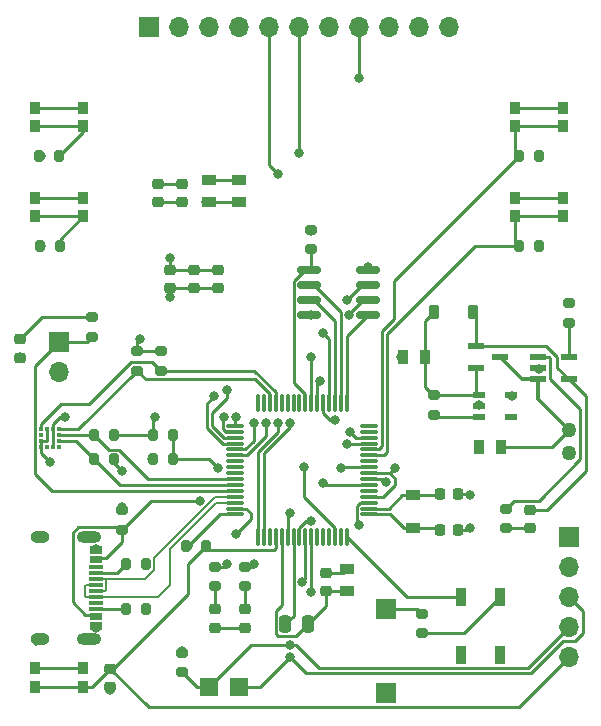
<source format=gbr>
%TF.GenerationSoftware,KiCad,Pcbnew,7.0.7*%
%TF.CreationDate,2023-12-26T11:08:44+08:00*%
%TF.ProjectId,Dice_Roller_SAMD,44696365-5f52-46f6-9c6c-65725f53414d,rev?*%
%TF.SameCoordinates,Original*%
%TF.FileFunction,Copper,L1,Top*%
%TF.FilePolarity,Positive*%
%FSLAX46Y46*%
G04 Gerber Fmt 4.6, Leading zero omitted, Abs format (unit mm)*
G04 Created by KiCad (PCBNEW 7.0.7) date 2023-12-26 11:08:44*
%MOMM*%
%LPD*%
G01*
G04 APERTURE LIST*
G04 Aperture macros list*
%AMRoundRect*
0 Rectangle with rounded corners*
0 $1 Rounding radius*
0 $2 $3 $4 $5 $6 $7 $8 $9 X,Y pos of 4 corners*
0 Add a 4 corners polygon primitive as box body*
4,1,4,$2,$3,$4,$5,$6,$7,$8,$9,$2,$3,0*
0 Add four circle primitives for the rounded corners*
1,1,$1+$1,$2,$3*
1,1,$1+$1,$4,$5*
1,1,$1+$1,$6,$7*
1,1,$1+$1,$8,$9*
0 Add four rect primitives between the rounded corners*
20,1,$1+$1,$2,$3,$4,$5,0*
20,1,$1+$1,$4,$5,$6,$7,0*
20,1,$1+$1,$6,$7,$8,$9,0*
20,1,$1+$1,$8,$9,$2,$3,0*%
G04 Aperture macros list end*
%TA.AperFunction,SMDPad,CuDef*%
%ADD10RoundRect,0.200000X0.275000X-0.200000X0.275000X0.200000X-0.275000X0.200000X-0.275000X-0.200000X0*%
%TD*%
%TA.AperFunction,SMDPad,CuDef*%
%ADD11R,1.320800X0.558800*%
%TD*%
%TA.AperFunction,SMDPad,CuDef*%
%ADD12RoundRect,0.250000X0.250000X0.475000X-0.250000X0.475000X-0.250000X-0.475000X0.250000X-0.475000X0*%
%TD*%
%TA.AperFunction,SMDPad,CuDef*%
%ADD13RoundRect,0.225000X0.250000X-0.225000X0.250000X0.225000X-0.250000X0.225000X-0.250000X-0.225000X0*%
%TD*%
%TA.AperFunction,SMDPad,CuDef*%
%ADD14R,0.304800X0.330200*%
%TD*%
%TA.AperFunction,SMDPad,CuDef*%
%ADD15R,0.330200X0.304800*%
%TD*%
%TA.AperFunction,SMDPad,CuDef*%
%ADD16R,0.863600X1.244600*%
%TD*%
%TA.AperFunction,SMDPad,CuDef*%
%ADD17RoundRect,0.218750X0.256250X-0.218750X0.256250X0.218750X-0.256250X0.218750X-0.256250X-0.218750X0*%
%TD*%
%TA.AperFunction,ComponentPad*%
%ADD18R,1.700000X1.700000*%
%TD*%
%TA.AperFunction,ComponentPad*%
%ADD19O,1.700000X1.700000*%
%TD*%
%TA.AperFunction,SMDPad,CuDef*%
%ADD20RoundRect,0.200000X0.200000X0.275000X-0.200000X0.275000X-0.200000X-0.275000X0.200000X-0.275000X0*%
%TD*%
%TA.AperFunction,SMDPad,CuDef*%
%ADD21RoundRect,0.150000X-0.825000X-0.150000X0.825000X-0.150000X0.825000X0.150000X-0.825000X0.150000X0*%
%TD*%
%TA.AperFunction,SMDPad,CuDef*%
%ADD22R,0.900000X1.000000*%
%TD*%
%TA.AperFunction,SMDPad,CuDef*%
%ADD23RoundRect,0.225000X0.225000X0.250000X-0.225000X0.250000X-0.225000X-0.250000X0.225000X-0.250000X0*%
%TD*%
%TA.AperFunction,SMDPad,CuDef*%
%ADD24R,1.244600X0.863600*%
%TD*%
%TA.AperFunction,SMDPad,CuDef*%
%ADD25RoundRect,0.200000X-0.200000X-0.275000X0.200000X-0.275000X0.200000X0.275000X-0.200000X0.275000X0*%
%TD*%
%TA.AperFunction,SMDPad,CuDef*%
%ADD26RoundRect,0.225000X-0.250000X0.225000X-0.250000X-0.225000X0.250000X-0.225000X0.250000X0.225000X0*%
%TD*%
%TA.AperFunction,SMDPad,CuDef*%
%ADD27R,1.320800X0.508000*%
%TD*%
%TA.AperFunction,SMDPad,CuDef*%
%ADD28R,1.295400X0.965200*%
%TD*%
%TA.AperFunction,SMDPad,CuDef*%
%ADD29RoundRect,0.200000X-0.275000X0.200000X-0.275000X-0.200000X0.275000X-0.200000X0.275000X0.200000X0*%
%TD*%
%TA.AperFunction,SMDPad,CuDef*%
%ADD30R,0.900000X1.500000*%
%TD*%
%TA.AperFunction,ComponentPad*%
%ADD31C,1.270000*%
%TD*%
%TA.AperFunction,SMDPad,CuDef*%
%ADD32R,1.500000X1.500000*%
%TD*%
%TA.AperFunction,SMDPad,CuDef*%
%ADD33R,1.003300X0.508000*%
%TD*%
%TA.AperFunction,SMDPad,CuDef*%
%ADD34RoundRect,0.075000X0.662500X0.075000X-0.662500X0.075000X-0.662500X-0.075000X0.662500X-0.075000X0*%
%TD*%
%TA.AperFunction,SMDPad,CuDef*%
%ADD35RoundRect,0.075000X0.075000X0.662500X-0.075000X0.662500X-0.075000X-0.662500X0.075000X-0.662500X0*%
%TD*%
%TA.AperFunction,SMDPad,CuDef*%
%ADD36RoundRect,0.225000X-0.225000X-0.375000X0.225000X-0.375000X0.225000X0.375000X-0.225000X0.375000X0*%
%TD*%
%TA.AperFunction,SMDPad,CuDef*%
%ADD37R,1.070000X0.300000*%
%TD*%
%TA.AperFunction,SMDPad,CuDef*%
%ADD38R,1.150000X0.300000*%
%TD*%
%TA.AperFunction,ComponentPad*%
%ADD39O,2.100000X1.000000*%
%TD*%
%TA.AperFunction,ComponentPad*%
%ADD40O,1.600000X1.000000*%
%TD*%
%TA.AperFunction,SMDPad,CuDef*%
%ADD41R,1.800000X1.750000*%
%TD*%
%TA.AperFunction,ViaPad*%
%ADD42C,0.800000*%
%TD*%
%TA.AperFunction,Conductor*%
%ADD43C,0.304800*%
%TD*%
%TA.AperFunction,Conductor*%
%ADD44C,0.254000*%
%TD*%
%TA.AperFunction,Conductor*%
%ADD45C,0.250000*%
%TD*%
%TA.AperFunction,Conductor*%
%ADD46C,0.200000*%
%TD*%
G04 APERTURE END LIST*
D10*
%TO.P,R23,1*%
%TO.N,Net-(CHG3-A)*%
X173228000Y-156578000D03*
%TO.P,R23,2*%
%TO.N,/Module/LED2*%
X173228000Y-154928000D03*
%TD*%
D11*
%TO.P,Q1,1,G*%
%TO.N,VBUS*%
X192786000Y-136194800D03*
%TO.P,Q1,2,S*%
%TO.N,Net-(D1-C)*%
X192786000Y-138125200D03*
%TO.P,Q1,3,D*%
%TO.N,VBAT*%
X194818000Y-137160000D03*
%TD*%
D12*
%TO.P,L1,1,1*%
%TO.N,Net-(U1-VDDCORE)*%
X178562000Y-159766000D03*
%TO.P,L1,2,2*%
%TO.N,Net-(U1-VSW)*%
X176662000Y-159766000D03*
%TD*%
D13*
%TO.P,C10,1,1*%
%TO.N,+3V3*%
X168910000Y-131318000D03*
%TO.P,C10,2,2*%
%TO.N,GND*%
X168910000Y-129768000D03*
%TD*%
D14*
%TO.P,U5,1,SCK_SCL*%
%TO.N,/Module/SCL*%
X157470102Y-143270100D03*
%TO.P,U5,2,CSN*%
%TO.N,+3V3*%
X156970101Y-143270100D03*
%TO.P,U5,3,DOUT_A6*%
%TO.N,GND*%
X156470101Y-143270100D03*
%TO.P,U5,4,DIN_SDA*%
%TO.N,/Module/SDA*%
X155970100Y-143270100D03*
D15*
%TO.P,U5,5,NC*%
%TO.N,unconnected-(U5-NC-Pad5)*%
X155960202Y-143779999D03*
%TO.P,U5,6,GND*%
%TO.N,GND*%
X155960202Y-144279999D03*
D14*
%TO.P,U5,7,VPP*%
X155970100Y-144789898D03*
%TO.P,U5,8,NC*%
%TO.N,unconnected-(U5-NC-Pad8)*%
X156470101Y-144789898D03*
%TO.P,U5,9,VDD*%
%TO.N,+3V3*%
X156970101Y-144789898D03*
%TO.P,U5,10,NC*%
%TO.N,unconnected-(U5-NC-Pad10)*%
X157470102Y-144789898D03*
D15*
%TO.P,U5,11,INTN_2*%
%TO.N,/Module/INTN2*%
X157480000Y-144279999D03*
%TO.P,U5,12,INTN_1*%
%TO.N,/Module/INTN1*%
X157480000Y-143779999D03*
%TD*%
D16*
%TO.P,C1,1,1*%
%TO.N,VBAT*%
X194894200Y-144780000D03*
%TO.P,C1,2,2*%
%TO.N,GND*%
X193040000Y-144780000D03*
%TD*%
D10*
%TO.P,R22,1*%
%TO.N,Net-(CHG2-A)*%
X170688000Y-156578000D03*
%TO.P,R22,2*%
%TO.N,/Module/LED1*%
X170688000Y-154928000D03*
%TD*%
D17*
%TO.P,CHG1,1,C*%
%TO.N,Net-(CHG1-C)*%
X197358000Y-151663500D03*
%TO.P,CHG1,2,A*%
%TO.N,VBUS*%
X197358000Y-150088500D03*
%TD*%
D10*
%TO.P,R19,1*%
%TO.N,/Module/Vib*%
X160274000Y-135445000D03*
%TO.P,R19,2*%
%TO.N,Net-(L2-A)*%
X160274000Y-133795000D03*
%TD*%
D18*
%TO.P,M1,1,+*%
%TO.N,/Module/Vib*%
X157480000Y-135885000D03*
D19*
%TO.P,M1,2,-*%
%TO.N,GND*%
X157480000Y-138425000D03*
%TD*%
D20*
%TO.P,R13,1*%
%TO.N,+3V3*%
X162115000Y-145796000D03*
%TO.P,R13,2*%
%TO.N,/Module/INTN2*%
X160465000Y-145796000D03*
%TD*%
D21*
%TO.P,U2,1,SSEL*%
%TO.N,/SAMD_51/FLASH_CS*%
X178692000Y-129794000D03*
%TO.P,U2,2,MISO*%
%TO.N,/SAMD_51/FLASH_D1*%
X178692000Y-131064000D03*
%TO.P,U2,3,WP#/IO2*%
%TO.N,/SAMD_51/FLASH_D2*%
X178692000Y-132334000D03*
%TO.P,U2,4,VSS*%
%TO.N,GND*%
X178692000Y-133604000D03*
%TO.P,U2,5,MOSI*%
%TO.N,/SAMD_51/FLASH_D0*%
X183642000Y-133604000D03*
%TO.P,U2,6,SCK*%
%TO.N,/SAMD_51/FLASH_SCK*%
X183642000Y-132334000D03*
%TO.P,U2,7,HOLD#/IO3*%
%TO.N,/SAMD_51/FLASH_D3*%
X183642000Y-131064000D03*
%TO.P,U2,8,VCC*%
%TO.N,+3V3*%
X183642000Y-129794000D03*
%TD*%
D22*
%TO.P,SW4,1,P1*%
%TO.N,+3V3*%
X196070000Y-116040000D03*
X200170000Y-116040000D03*
%TO.P,SW4,2,S*%
%TO.N,/Module/S3*%
X196070000Y-117640000D03*
X200170000Y-117640000D03*
%TD*%
D23*
%TO.P,C9,1,1*%
%TO.N,GND*%
X191288000Y-148717000D03*
%TO.P,C9,2,2*%
%TO.N,Net-(U1-PA01)*%
X189738000Y-148717000D03*
%TD*%
D24*
%TO.P,C3,1,1*%
%TO.N,+3V3*%
X172720000Y-124028200D03*
%TO.P,C3,2,2*%
%TO.N,GND*%
X172720000Y-122174000D03*
%TD*%
D25*
%TO.P,R20,1*%
%TO.N,+3V3*%
X165482000Y-143764000D03*
%TO.P,R20,2*%
%TO.N,/SAMD_51/V_DIV*%
X167132000Y-143764000D03*
%TD*%
D26*
%TO.P,C5,1,1*%
%TO.N,/SAMD_51/~{RESET}*%
X161816000Y-163550000D03*
%TO.P,C5,2,2*%
%TO.N,GND*%
X161816000Y-165100000D03*
%TD*%
D27*
%TO.P,U3,1,STAT*%
%TO.N,Net-(U3-STAT)*%
X198069200Y-137160000D03*
%TO.P,U3,2,VSS*%
%TO.N,GND*%
X198069200Y-138110001D03*
%TO.P,U3,3,VBAT*%
%TO.N,VBAT*%
X198069200Y-139060002D03*
%TO.P,U3,4,VDD*%
%TO.N,VBUS*%
X200660000Y-139060002D03*
%TO.P,U3,5,PROG*%
%TO.N,Net-(U3-PROG)*%
X200660000Y-137160000D03*
%TD*%
D28*
%TO.P,X2,1,P$1*%
%TO.N,Net-(U1-PA01)*%
X187452000Y-148869400D03*
%TO.P,X2,2,P$2*%
%TO.N,Net-(U1-PA00)*%
X187452000Y-151612600D03*
%TD*%
D29*
%TO.P,R10,1*%
%TO.N,+3V3*%
X166116000Y-136652000D03*
%TO.P,R10,2*%
%TO.N,/Module/SDA*%
X166116000Y-138302000D03*
%TD*%
D16*
%TO.P,C2,1,1*%
%TO.N,Net-(D1-C)*%
X188468000Y-137160000D03*
%TO.P,C2,2,2*%
%TO.N,GND*%
X186613800Y-137160000D03*
%TD*%
D30*
%TO.P,LED1,1,VDD*%
%TO.N,+3V3*%
X191516000Y-162380000D03*
%TO.P,LED1,2,DO*%
%TO.N,unconnected-(LED1-DO-Pad2)*%
X194816000Y-162380000D03*
%TO.P,LED1,3,GND*%
%TO.N,GND*%
X194816000Y-157480000D03*
%TO.P,LED1,4,DI*%
%TO.N,/SAMD_51/D8_NEOPIX*%
X191516000Y-157480000D03*
%TD*%
D18*
%TO.P,J2,1,Pin_1*%
%TO.N,+3V3*%
X165100000Y-109220000D03*
D19*
%TO.P,J2,2,Pin_2*%
%TO.N,unconnected-(J2-Pin_2-Pad2)*%
X167640000Y-109220000D03*
%TO.P,J2,3,Pin_3*%
%TO.N,GND*%
X170180000Y-109220000D03*
%TO.P,J2,4,Pin_4*%
%TO.N,/Module/SCK*%
X172720000Y-109220000D03*
%TO.P,J2,5,Pin_5*%
%TO.N,/Module/MISO*%
X175260000Y-109220000D03*
%TO.P,J2,6,Pin_6*%
%TO.N,/Module/MOSI*%
X177800000Y-109220000D03*
%TO.P,J2,7,Pin_7*%
%TO.N,/Module/TCS*%
X180340000Y-109220000D03*
%TO.P,J2,8,Pin_8*%
%TO.N,/Module/RST*%
X182880000Y-109220000D03*
%TO.P,J2,9,Pin_9*%
%TO.N,/Module/DC*%
X185420000Y-109220000D03*
%TO.P,J2,10,Pin_10*%
%TO.N,unconnected-(J2-Pin_10-Pad10)*%
X187960000Y-109220000D03*
%TO.P,J2,11,Pin_11*%
%TO.N,unconnected-(J2-Pin_11-Pad11)*%
X190500000Y-109220000D03*
%TD*%
D31*
%TO.P,X1,1,1*%
%TO.N,GND*%
X200660000Y-145320000D03*
%TO.P,X1,2,2*%
%TO.N,VBAT*%
X200660000Y-143319998D03*
%TD*%
D20*
%TO.P,R16,1*%
%TO.N,/Module/S2*%
X157543000Y-127762000D03*
%TO.P,R16,2*%
%TO.N,GND*%
X155893000Y-127762000D03*
%TD*%
D29*
%TO.P,R11,1*%
%TO.N,+3V3*%
X164084000Y-136652000D03*
%TO.P,R11,2*%
%TO.N,/Module/SCL*%
X164084000Y-138302000D03*
%TD*%
D13*
%TO.P,C4,1,1*%
%TO.N,+3V3*%
X166878000Y-131318000D03*
%TO.P,C4,2,2*%
%TO.N,GND*%
X166878000Y-129768000D03*
%TD*%
D22*
%TO.P,RST1,1,P1*%
%TO.N,/SAMD_51/~{RESET}*%
X159530000Y-165100000D03*
X155430000Y-165100000D03*
%TO.P,RST1,2,S1*%
%TO.N,GND*%
X159530000Y-163500000D03*
X155430000Y-163500000D03*
%TD*%
D32*
%TO.P,TP1,1,P$1*%
%TO.N,/SAMD_51/SWDIO*%
X172720000Y-165100000D03*
%TD*%
D29*
%TO.P,R14,1*%
%TO.N,/Module/Pht*%
X188214000Y-158878000D03*
%TO.P,R14,2*%
%TO.N,GND*%
X188214000Y-160528000D03*
%TD*%
D20*
%TO.P,R12,1*%
%TO.N,+3V3*%
X162115000Y-143764000D03*
%TO.P,R12,2*%
%TO.N,/Module/INTN1*%
X160465000Y-143764000D03*
%TD*%
D17*
%TO.P,L2,1,C*%
%TO.N,GND*%
X154178000Y-137211000D03*
%TO.P,L2,2,A*%
%TO.N,Net-(L2-A)*%
X154178000Y-135636000D03*
%TD*%
D33*
%TO.P,U4,1,IN*%
%TO.N,Net-(D1-C)*%
X193040000Y-140339998D03*
%TO.P,U4,2,GND*%
%TO.N,GND*%
X193040000Y-141289999D03*
%TO.P,U4,3,EN*%
%TO.N,/SAMD_51/EN*%
X193040000Y-142240000D03*
%TO.P,U4,4,P4*%
%TO.N,unconnected-(U4-P4-Pad4)*%
X195745100Y-142240000D03*
%TO.P,U4,5,OUT*%
%TO.N,+3V3*%
X195745100Y-140339998D03*
%TD*%
D34*
%TO.P,U1,1,PA00*%
%TO.N,Net-(U1-PA00)*%
X183752500Y-150487500D03*
%TO.P,U1,2,PA01*%
%TO.N,Net-(U1-PA01)*%
X183752500Y-149987500D03*
%TO.P,U1,3,PA02*%
%TO.N,/Module/Pht*%
X183752500Y-149487500D03*
%TO.P,U1,4,PA03*%
%TO.N,+3V3*%
X183752500Y-148987500D03*
%TO.P,U1,5,PB04*%
%TO.N,unconnected-(U1-PB04-Pad5)*%
X183752500Y-148487500D03*
%TO.P,U1,6,PB05*%
%TO.N,/Module/LED1*%
X183752500Y-147987500D03*
%TO.P,U1,7,GNDANA*%
%TO.N,GND*%
X183752500Y-147487500D03*
%TO.P,U1,8,VDDANA*%
%TO.N,+3V3*%
X183752500Y-146987500D03*
%TO.P,U1,9,PB06*%
%TO.N,/Module/LED2*%
X183752500Y-146487500D03*
%TO.P,U1,10,PB07*%
%TO.N,unconnected-(U1-PB07-Pad10)*%
X183752500Y-145987500D03*
%TO.P,U1,11,PB08*%
%TO.N,/Module/S4*%
X183752500Y-145487500D03*
%TO.P,U1,12,PB09*%
%TO.N,/Module/S3*%
X183752500Y-144987500D03*
%TO.P,U1,13,PA04*%
%TO.N,/Module/S2*%
X183752500Y-144487500D03*
%TO.P,U1,14,PA05*%
%TO.N,/Module/S1*%
X183752500Y-143987500D03*
%TO.P,U1,15,PA06*%
%TO.N,unconnected-(U1-PA06-Pad15)*%
X183752500Y-143487500D03*
%TO.P,U1,16,PA07*%
%TO.N,unconnected-(U1-PA07-Pad16)*%
X183752500Y-142987500D03*
D35*
%TO.P,U1,17,PA08*%
%TO.N,/SAMD_51/FLASH_D0*%
X181840000Y-141075000D03*
%TO.P,U1,18,PA09*%
%TO.N,/SAMD_51/FLASH_D1*%
X181340000Y-141075000D03*
%TO.P,U1,19,PA10*%
%TO.N,/SAMD_51/FLASH_D2*%
X180840000Y-141075000D03*
%TO.P,U1,20,PA11*%
%TO.N,/SAMD_51/FLASH_D3*%
X180340000Y-141075000D03*
%TO.P,U1,21,VDDIOB*%
%TO.N,+3V3*%
X179840000Y-141075000D03*
%TO.P,U1,22,GND*%
%TO.N,GND*%
X179340000Y-141075000D03*
%TO.P,U1,23,PB10*%
%TO.N,/SAMD_51/FLASH_SCK*%
X178840000Y-141075000D03*
%TO.P,U1,24,PB11*%
%TO.N,/SAMD_51/FLASH_CS*%
X178340000Y-141075000D03*
%TO.P,U1,25,PB12*%
%TO.N,unconnected-(U1-PB12-Pad25)*%
X177840000Y-141075000D03*
%TO.P,U1,26,PB13*%
%TO.N,unconnected-(U1-PB13-Pad26)*%
X177340000Y-141075000D03*
%TO.P,U1,27,PB14*%
%TO.N,unconnected-(U1-PB14-Pad27)*%
X176840000Y-141075000D03*
%TO.P,U1,28,PB15*%
%TO.N,unconnected-(U1-PB15-Pad28)*%
X176340000Y-141075000D03*
%TO.P,U1,29,PA12*%
%TO.N,/Module/SDA*%
X175840000Y-141075000D03*
%TO.P,U1,30,PA13*%
%TO.N,/Module/SCL*%
X175340000Y-141075000D03*
%TO.P,U1,31,PA14*%
%TO.N,unconnected-(U1-PA14-Pad31)*%
X174840000Y-141075000D03*
%TO.P,U1,32,PA15*%
%TO.N,unconnected-(U1-PA15-Pad32)*%
X174340000Y-141075000D03*
D34*
%TO.P,U1,33,GND*%
%TO.N,GND*%
X172427500Y-142987500D03*
%TO.P,U1,34,VDDIO*%
%TO.N,+3V3*%
X172427500Y-143487500D03*
%TO.P,U1,35,PA16*%
%TO.N,/Module/TCS*%
X172427500Y-143987500D03*
%TO.P,U1,36,PA17*%
%TO.N,/Module/SCK*%
X172427500Y-144487500D03*
%TO.P,U1,37,PA18*%
%TO.N,/Module/DC*%
X172427500Y-144987500D03*
%TO.P,U1,38,PA19*%
%TO.N,/Module/RST*%
X172427500Y-145487500D03*
%TO.P,U1,39,PB16*%
%TO.N,unconnected-(U1-PB16-Pad39)*%
X172427500Y-145987500D03*
%TO.P,U1,40,PB17*%
%TO.N,unconnected-(U1-PB17-Pad40)*%
X172427500Y-146487500D03*
%TO.P,U1,41,PA20*%
%TO.N,unconnected-(U1-PA20-Pad41)*%
X172427500Y-146987500D03*
%TO.P,U1,42,PA21*%
%TO.N,/Module/INTN1*%
X172427500Y-147487500D03*
%TO.P,U1,43,PA22*%
%TO.N,/Module/INTN2*%
X172427500Y-147987500D03*
%TO.P,U1,44,PA23*%
%TO.N,/Module/Vib*%
X172427500Y-148487500D03*
%TO.P,U1,45,PA24*%
%TO.N,/SAMD_51/D-*%
X172427500Y-148987500D03*
%TO.P,U1,46,PA25*%
%TO.N,/SAMD_51/D+*%
X172427500Y-149487500D03*
%TO.P,U1,47,GND*%
%TO.N,GND*%
X172427500Y-149987500D03*
%TO.P,U1,48,VDDIO*%
%TO.N,+3V3*%
X172427500Y-150487500D03*
D35*
%TO.P,U1,49,PB22*%
%TO.N,/Module/MISO*%
X174340000Y-152400000D03*
%TO.P,U1,50,PB23*%
%TO.N,/Module/MOSI*%
X174840000Y-152400000D03*
%TO.P,U1,51,PA27*%
%TO.N,unconnected-(U1-PA27-Pad51)*%
X175340000Y-152400000D03*
%TO.P,U1,52,~{RESET}*%
%TO.N,/SAMD_51/~{RESET}*%
X175840000Y-152400000D03*
%TO.P,U1,53,VDDCORE*%
%TO.N,Net-(U1-VDDCORE)*%
X176340000Y-152400000D03*
%TO.P,U1,54,GND*%
%TO.N,GND*%
X176840000Y-152400000D03*
%TO.P,U1,55,VSW*%
%TO.N,Net-(U1-VSW)*%
X177340000Y-152400000D03*
%TO.P,U1,56,VDDIO*%
%TO.N,+3V3*%
X177840000Y-152400000D03*
%TO.P,U1,57,PA30*%
%TO.N,/SAMD_51/SWCLK*%
X178340000Y-152400000D03*
%TO.P,U1,58,PA31*%
%TO.N,/SAMD_51/SWDIO*%
X178840000Y-152400000D03*
%TO.P,U1,59,PB30*%
%TO.N,unconnected-(U1-PB30-Pad59)*%
X179340000Y-152400000D03*
%TO.P,U1,60,PB31*%
%TO.N,unconnected-(U1-PB31-Pad60)*%
X179840000Y-152400000D03*
%TO.P,U1,61,PB00*%
%TO.N,unconnected-(U1-PB00-Pad61)*%
X180340000Y-152400000D03*
%TO.P,U1,62,PB01*%
%TO.N,/SAMD_51/V_DIV*%
X180840000Y-152400000D03*
%TO.P,U1,63,PB02*%
%TO.N,unconnected-(U1-PB02-Pad63)*%
X181340000Y-152400000D03*
%TO.P,U1,64,PB03*%
%TO.N,/SAMD_51/D8_NEOPIX*%
X181840000Y-152400000D03*
%TD*%
D29*
%TO.P,R1,1*%
%TO.N,+3V3*%
X178816000Y-126366000D03*
%TO.P,R1,2*%
%TO.N,/SAMD_51/FLASH_CS*%
X178816000Y-128016000D03*
%TD*%
D25*
%TO.P,R18,1*%
%TO.N,/Module/S4*%
X196470000Y-127762000D03*
%TO.P,R18,2*%
%TO.N,GND*%
X198120000Y-127762000D03*
%TD*%
D18*
%TO.P,J3,1,Pin_1*%
%TO.N,+3V3*%
X200660000Y-152400000D03*
D19*
%TO.P,J3,2,Pin_2*%
%TO.N,GND*%
X200660000Y-154940000D03*
%TO.P,J3,3,Pin_3*%
%TO.N,/SAMD_51/SWDIO*%
X200660000Y-157480000D03*
%TO.P,J3,4,Pin_4*%
%TO.N,/SAMD_51/SWCLK*%
X200660000Y-160020000D03*
%TO.P,J3,5,Pin_5*%
%TO.N,/SAMD_51/~{RESET}*%
X200660000Y-162560000D03*
%TD*%
D13*
%TO.P,C12,1,1*%
%TO.N,+3V3*%
X170942000Y-131318000D03*
%TO.P,C12,2,2*%
%TO.N,GND*%
X170942000Y-129768000D03*
%TD*%
D36*
%TO.P,D1,1,C*%
%TO.N,Net-(D1-C)*%
X189232000Y-133350000D03*
%TO.P,D1,2,A*%
%TO.N,VBUS*%
X192532000Y-133350000D03*
%TD*%
D32*
%TO.P,TP2,1,P$1*%
%TO.N,/SAMD_51/SWCLK*%
X170180000Y-165100000D03*
%TD*%
D25*
%TO.P,R17,1*%
%TO.N,/Module/S3*%
X196470000Y-120142000D03*
%TO.P,R17,2*%
%TO.N,GND*%
X198120000Y-120142000D03*
%TD*%
D22*
%TO.P,SW3,1,P*%
%TO.N,+3V3*%
X155430000Y-123660000D03*
X159530000Y-123660000D03*
%TO.P,SW3,2,S*%
%TO.N,/Module/S2*%
X155430000Y-125260000D03*
X159530000Y-125260000D03*
%TD*%
D20*
%TO.P,R2,1,1*%
%TO.N,GND*%
X164846000Y-158496000D03*
%TO.P,R2,2,2*%
%TO.N,Net-(J1-CC2)*%
X163196000Y-158496000D03*
%TD*%
%TO.P,R3,1,1*%
%TO.N,GND*%
X164846000Y-154686000D03*
%TO.P,R3,2,2*%
%TO.N,Net-(J1-CC1)*%
X163196000Y-154686000D03*
%TD*%
%TO.P,R15,1*%
%TO.N,/Module/S1*%
X157480000Y-120142000D03*
%TO.P,R15,2*%
%TO.N,GND*%
X155830000Y-120142000D03*
%TD*%
D24*
%TO.P,C11,1,1*%
%TO.N,+3V3*%
X170180000Y-124028200D03*
%TO.P,C11,2,2*%
%TO.N,GND*%
X170180000Y-122174000D03*
%TD*%
D25*
%TO.P,R8,1*%
%TO.N,+3V3*%
X168276000Y-153162000D03*
%TO.P,R8,2*%
%TO.N,/SAMD_51/~{RESET}*%
X169926000Y-153162000D03*
%TD*%
D22*
%TO.P,SW2,1,P*%
%TO.N,+3V3*%
X155430000Y-116040000D03*
X159530000Y-116040000D03*
%TO.P,SW2,2,S*%
%TO.N,/Module/S1*%
X155430000Y-117640000D03*
X159530000Y-117640000D03*
%TD*%
D13*
%TO.P,C13,1,1*%
%TO.N,+3V3*%
X165862000Y-124028200D03*
%TO.P,C13,2,2*%
%TO.N,GND*%
X165862000Y-122478200D03*
%TD*%
D10*
%TO.P,R6,1*%
%TO.N,VBUS*%
X162814000Y-151764000D03*
%TO.P,R6,2*%
%TO.N,GND*%
X162814000Y-150114000D03*
%TD*%
D29*
%TO.P,R7,1*%
%TO.N,Net-(D1-C)*%
X189230000Y-140399000D03*
%TO.P,R7,2*%
%TO.N,/SAMD_51/EN*%
X189230000Y-142049000D03*
%TD*%
D24*
%TO.P,C7,1,1*%
%TO.N,Net-(U1-VDDCORE)*%
X181864000Y-156972000D03*
%TO.P,C7,2,2*%
%TO.N,GND*%
X181864000Y-155117800D03*
%TD*%
D17*
%TO.P,CHG3,1,C*%
%TO.N,GND*%
X173228000Y-160071000D03*
%TO.P,CHG3,2,A*%
%TO.N,Net-(CHG3-A)*%
X173228000Y-158496000D03*
%TD*%
D10*
%TO.P,R4,1,1*%
%TO.N,Net-(CHG1-C)*%
X195326000Y-151663500D03*
%TO.P,R4,2,2*%
%TO.N,Net-(U3-STAT)*%
X195326000Y-150013500D03*
%TD*%
D37*
%TO.P,J1,A1,GND*%
%TO.N,GND*%
X160625000Y-153370000D03*
%TO.P,J1,A4,VBUS*%
%TO.N,VBUS*%
X160625000Y-154170000D03*
D38*
%TO.P,J1,A5,CC1*%
%TO.N,Net-(J1-CC1)*%
X160585000Y-155470000D03*
%TO.P,J1,A6,D+*%
%TO.N,/SAMD_51/D+*%
X160585000Y-156470000D03*
%TO.P,J1,A7,D-*%
%TO.N,/SAMD_51/D-*%
X160585000Y-156970000D03*
%TO.P,J1,A8,SBU1*%
%TO.N,unconnected-(J1-SBU1-PadA8)*%
X160585000Y-157970000D03*
D37*
%TO.P,J1,A9,VBUS*%
%TO.N,VBUS*%
X160625000Y-159270000D03*
%TO.P,J1,A12,GND*%
%TO.N,GND*%
X160625000Y-160070000D03*
%TO.P,J1,B1,GND*%
X160625000Y-159770000D03*
%TO.P,J1,B4,VBUS*%
%TO.N,VBUS*%
X160625000Y-158970000D03*
D38*
%TO.P,J1,B5,CC2*%
%TO.N,Net-(J1-CC2)*%
X160585000Y-158470000D03*
%TO.P,J1,B6,D+*%
%TO.N,/SAMD_51/D+*%
X160585000Y-157470000D03*
%TO.P,J1,B7,D-*%
%TO.N,/SAMD_51/D-*%
X160585000Y-155970000D03*
%TO.P,J1,B8,SBU2*%
%TO.N,unconnected-(J1-SBU2-PadB8)*%
X160585000Y-154970000D03*
D37*
%TO.P,J1,B9,VBUS*%
%TO.N,VBUS*%
X160625000Y-154470000D03*
%TO.P,J1,B12,GND*%
%TO.N,GND*%
X160625000Y-153670000D03*
D39*
%TO.P,J1,S1,SHIELD*%
X160020000Y-152400000D03*
D40*
X155840000Y-152400000D03*
D39*
X160020000Y-161040000D03*
D40*
X155840000Y-161040000D03*
%TD*%
D10*
%TO.P,R5,1,1*%
%TO.N,Net-(U3-PROG)*%
X200660000Y-134238000D03*
%TO.P,R5,2,2*%
%TO.N,GND*%
X200660000Y-132588000D03*
%TD*%
D29*
%TO.P,R9,1*%
%TO.N,+3V3*%
X167894000Y-162180000D03*
%TO.P,R9,2*%
%TO.N,/SAMD_51/SWCLK*%
X167894000Y-163830000D03*
%TD*%
D41*
%TO.P,D2,A*%
%TO.N,/Module/Pht*%
X185147000Y-158459000D03*
%TO.P,D2,C*%
%TO.N,+3V3*%
X185147000Y-165609000D03*
%TD*%
D17*
%TO.P,CHG2,1,C*%
%TO.N,GND*%
X170688000Y-160071000D03*
%TO.P,CHG2,2,A*%
%TO.N,Net-(CHG2-A)*%
X170688000Y-158496000D03*
%TD*%
D13*
%TO.P,C6,1,1*%
%TO.N,Net-(U1-VDDCORE)*%
X180086000Y-156972000D03*
%TO.P,C6,2,2*%
%TO.N,GND*%
X180086000Y-155422000D03*
%TD*%
%TO.P,C14,1*%
%TO.N,+3V3*%
X167894000Y-124028200D03*
%TO.P,C14,2*%
%TO.N,GND*%
X167894000Y-122478200D03*
%TD*%
D20*
%TO.P,R21,1*%
%TO.N,/SAMD_51/V_DIV*%
X167132000Y-145796000D03*
%TO.P,R21,2*%
%TO.N,GND*%
X165482000Y-145796000D03*
%TD*%
D22*
%TO.P,SW5,1,P*%
%TO.N,+3V3*%
X196070000Y-123660000D03*
X200170000Y-123660000D03*
%TO.P,SW5,2,S*%
%TO.N,/Module/S4*%
X196070000Y-125260000D03*
X200170000Y-125260000D03*
%TD*%
D23*
%TO.P,C8,1,1*%
%TO.N,GND*%
X191275000Y-151765000D03*
%TO.P,C8,2,2*%
%TO.N,Net-(U1-PA00)*%
X189725000Y-151765000D03*
%TD*%
D42*
%TO.N,GND*%
X155430000Y-163500000D03*
X161798000Y-165354000D03*
X178816000Y-133604000D03*
X192278000Y-151638000D03*
X198120000Y-127762000D03*
X172720000Y-122174000D03*
X172466000Y-142240000D03*
X192278000Y-148844000D03*
X154178000Y-137160000D03*
X193040000Y-141224000D03*
X156718000Y-146050000D03*
X181864000Y-155117800D03*
X177042299Y-150372299D03*
X160625000Y-153420498D03*
X198120000Y-120142000D03*
X185166000Y-147714000D03*
X164846000Y-158496000D03*
X166878000Y-128778000D03*
X155956000Y-120142000D03*
X160625000Y-160070000D03*
X162814000Y-149860000D03*
X165354000Y-145796000D03*
X164846000Y-154686000D03*
X155956000Y-127762000D03*
X198120000Y-138176000D03*
X173228000Y-160071000D03*
X186436000Y-137160000D03*
X179578000Y-139192000D03*
X194816000Y-157480000D03*
X193040000Y-144780000D03*
X172466000Y-152146000D03*
X167894000Y-122478200D03*
X200660000Y-132588000D03*
%TO.N,+3V3*%
X168402000Y-153162000D03*
X178816000Y-151063000D03*
X164338000Y-135636000D03*
X185166000Y-165354000D03*
X195834000Y-140462000D03*
X167894000Y-162052000D03*
X162814000Y-146812000D03*
X196070000Y-123660000D03*
X178816000Y-126492000D03*
X159530000Y-123660000D03*
X185928000Y-146557500D03*
X165862000Y-124028200D03*
X159530000Y-116040000D03*
X165608000Y-142240000D03*
X191516000Y-162306000D03*
X169916000Y-124028200D03*
X183642000Y-129540000D03*
X171450000Y-142240000D03*
X180848000Y-142494000D03*
X157988000Y-142240000D03*
X166878000Y-132080000D03*
X196070000Y-116040000D03*
%TO.N,VBUS*%
X169383482Y-149317482D03*
X197358000Y-150088500D03*
%TO.N,/Module/LED1*%
X179827701Y-147823701D03*
X171704000Y-154686000D03*
%TO.N,/Module/LED2*%
X181356000Y-146558000D03*
X173990000Y-154686000D03*
%TO.N,/Module/Pht*%
X185147000Y-158459000D03*
X182880000Y-151384000D03*
%TO.N,/Module/SCK*%
X170640500Y-140468473D03*
%TO.N,/Module/MISO*%
X176022000Y-142748000D03*
X176022000Y-121666000D03*
%TO.N,/Module/MOSI*%
X177800000Y-119888000D03*
X177038000Y-142783500D03*
%TO.N,/Module/TCS*%
X171704000Y-139954000D03*
%TO.N,/Module/RST*%
X182880000Y-113538000D03*
X175006000Y-142748000D03*
%TO.N,/Module/DC*%
X173990000Y-142748000D03*
%TO.N,/SAMD_51/SWDIO*%
X178789000Y-157046921D03*
X177038000Y-162560000D03*
%TO.N,/SAMD_51/SWCLK*%
X177038000Y-161544000D03*
X178064500Y-156210000D03*
%TO.N,/Module/S1*%
X182118000Y-143510000D03*
X157480000Y-120142000D03*
%TO.N,/Module/S2*%
X181864000Y-144526000D03*
X157543000Y-127762000D03*
%TO.N,/SAMD_51/V_DIV*%
X170942000Y-146558000D03*
X178236674Y-146486674D03*
%TO.N,/SAMD_51/FLASH_D3*%
X181864000Y-132334000D03*
X179827701Y-135123701D03*
%TO.N,/SAMD_51/FLASH_SCK*%
X178816000Y-137160000D03*
X182067500Y-133604000D03*
%TD*%
D43*
%TO.N,VBAT*%
X198069200Y-140729198D02*
X200660000Y-143319998D01*
D44*
X194894200Y-144780000D02*
X199199998Y-144780000D01*
D43*
X194818000Y-137160000D02*
X196718002Y-139060002D01*
X198069200Y-139060002D02*
X198069200Y-140729198D01*
X196718002Y-139060002D02*
X198069200Y-139060002D01*
D44*
X199199998Y-144780000D02*
X200660000Y-143319998D01*
%TO.N,GND*%
X192151000Y-148717000D02*
X192278000Y-148844000D01*
X155960202Y-144780000D02*
X155970100Y-144789898D01*
X161816000Y-165100000D02*
X161816000Y-165336000D01*
X155970100Y-144789898D02*
X155970100Y-145302100D01*
X176840000Y-150574598D02*
X177042299Y-150372299D01*
X156431702Y-144279999D02*
X155960202Y-144279999D01*
X155830000Y-120142000D02*
X155956000Y-120142000D01*
X191768000Y-160528000D02*
X194816000Y-157480000D01*
X165862000Y-122478200D02*
X167894000Y-122478200D01*
X188214000Y-160528000D02*
X191768000Y-160528000D01*
X179340000Y-141075000D02*
X179340000Y-139430000D01*
X165482000Y-145796000D02*
X165354000Y-145796000D01*
X166878000Y-129768000D02*
X166878000Y-128778000D01*
X155960202Y-144279999D02*
X155960202Y-144780000D01*
X192151000Y-151765000D02*
X192278000Y-151638000D01*
X166878000Y-129768000D02*
X170942000Y-129768000D01*
X172427500Y-149987500D02*
X173355500Y-149987500D01*
X173355500Y-149987500D02*
X173736000Y-150368000D01*
X191288000Y-148717000D02*
X192151000Y-148717000D01*
X156470101Y-143270100D02*
X156470101Y-144241600D01*
X154178000Y-137211000D02*
X154178000Y-137160000D01*
D45*
X180086000Y-155422000D02*
X181559800Y-155422000D01*
D44*
X162814000Y-150114000D02*
X162814000Y-149860000D01*
X191275000Y-151765000D02*
X192151000Y-151765000D01*
X179340000Y-139430000D02*
X179578000Y-139192000D01*
X155430000Y-163500000D02*
X159530000Y-163500000D01*
X176840000Y-152400000D02*
X176840000Y-150574598D01*
X178692000Y-133604000D02*
X178816000Y-133604000D01*
X193040000Y-141289999D02*
X193040000Y-141224000D01*
X173736000Y-150368000D02*
X173736000Y-150876000D01*
X198069200Y-138110001D02*
X198069200Y-138125200D01*
X170688000Y-160071000D02*
X170688000Y-160274000D01*
X156470101Y-144241600D02*
X156431702Y-144279999D01*
X160625000Y-159770000D02*
X160625000Y-160070000D01*
X198069200Y-138125200D02*
X198120000Y-138176000D01*
X184939500Y-147487500D02*
X185166000Y-147714000D01*
X170688000Y-160071000D02*
X173228000Y-160071000D01*
D45*
X181559800Y-155422000D02*
X181864000Y-155117800D01*
D44*
X186613800Y-137160000D02*
X186436000Y-137160000D01*
X161816000Y-165336000D02*
X161798000Y-165354000D01*
X170180000Y-122174000D02*
X172720000Y-122174000D01*
X173736000Y-150876000D02*
X172466000Y-152146000D01*
X172427500Y-142278500D02*
X172466000Y-142240000D01*
X155893000Y-127762000D02*
X155956000Y-127762000D01*
X155970100Y-145302100D02*
X156718000Y-146050000D01*
X183752500Y-147487500D02*
X184939500Y-147487500D01*
X172427500Y-142987500D02*
X172427500Y-142278500D01*
X155430000Y-161450000D02*
X155840000Y-161040000D01*
X160625000Y-153370000D02*
X160625000Y-153420498D01*
D45*
%TO.N,Net-(D1-C)*%
X188468000Y-134114000D02*
X188468000Y-137160000D01*
X188468000Y-137160000D02*
X188468000Y-139700000D01*
X188468000Y-139700000D02*
X189230000Y-140462000D01*
X192786000Y-138125200D02*
X192786000Y-140085998D01*
X189352002Y-140339998D02*
X193040000Y-140339998D01*
X189232000Y-133350000D02*
X188468000Y-134114000D01*
X192786000Y-140085998D02*
X193040000Y-140339998D01*
X189230000Y-140462000D02*
X189352002Y-140339998D01*
D44*
%TO.N,+3V3*%
X171076500Y-150487500D02*
X168402000Y-153162000D01*
X179840000Y-141881014D02*
X180452986Y-142494000D01*
X178816000Y-126366000D02*
X178816000Y-126492000D01*
X177840000Y-152400000D02*
X177840000Y-151593986D01*
X156970101Y-143270100D02*
X156970101Y-144789898D01*
X172427500Y-150487500D02*
X171076500Y-150487500D01*
X185498000Y-146987500D02*
X185928000Y-146557500D01*
X156970101Y-143270100D02*
X156970101Y-142798601D01*
X156970101Y-142798601D02*
X157528702Y-142240000D01*
X179840000Y-141075000D02*
X179840000Y-141881014D01*
X155430000Y-123660000D02*
X159530000Y-123660000D01*
X183752500Y-148987500D02*
X184920634Y-148987500D01*
X196070000Y-123660000D02*
X200170000Y-123660000D01*
X171363000Y-142327000D02*
X171450000Y-142240000D01*
X170180000Y-124028200D02*
X172720000Y-124028200D01*
X166878000Y-131318000D02*
X170942000Y-131318000D01*
X195745100Y-140339998D02*
X195745100Y-140373100D01*
X155430000Y-116040000D02*
X159530000Y-116040000D01*
X165482000Y-143764000D02*
X162115000Y-143764000D01*
X164084000Y-136652000D02*
X164084000Y-135890000D01*
X170180000Y-124028200D02*
X169916000Y-124028200D01*
X185147000Y-165373000D02*
X185166000Y-165354000D01*
X177840000Y-151593986D02*
X178370986Y-151063000D01*
X165862000Y-124028200D02*
X167894000Y-124028200D01*
X164084000Y-135890000D02*
X164338000Y-135636000D01*
X200170000Y-116040000D02*
X196070000Y-116040000D01*
X185928000Y-147447866D02*
X185467634Y-146987500D01*
X171621486Y-143487500D02*
X171363000Y-143229014D01*
X195745100Y-140373100D02*
X195834000Y-140462000D01*
X165482000Y-143764000D02*
X165482000Y-142366000D01*
X185928000Y-147980134D02*
X185928000Y-147447866D01*
X172427500Y-143487500D02*
X171621486Y-143487500D01*
X167894000Y-162180000D02*
X167894000Y-162052000D01*
X180452986Y-142494000D02*
X180848000Y-142494000D01*
X183642000Y-129794000D02*
X183642000Y-129540000D01*
X185147000Y-165609000D02*
X185147000Y-165373000D01*
X162115000Y-146113000D02*
X162814000Y-146812000D01*
X183752500Y-146987500D02*
X185498000Y-146987500D01*
X157528702Y-142240000D02*
X157988000Y-142240000D01*
X184920634Y-148987500D02*
X185928000Y-147980134D01*
X166878000Y-131318000D02*
X166878000Y-132080000D01*
X168276000Y-153162000D02*
X168402000Y-153162000D01*
X178370986Y-151063000D02*
X178816000Y-151063000D01*
X162115000Y-145796000D02*
X162115000Y-146113000D01*
X164084000Y-136652000D02*
X166116000Y-136652000D01*
X171363000Y-143229014D02*
X171363000Y-142327000D01*
X191516000Y-162380000D02*
X191516000Y-162306000D01*
X165482000Y-142366000D02*
X165608000Y-142240000D01*
D45*
%TO.N,/SAMD_51/~{RESET}*%
X196411000Y-166809000D02*
X165075000Y-166809000D01*
X160266000Y-165100000D02*
X159530000Y-165100000D01*
X168375731Y-157199731D02*
X168375731Y-154712269D01*
X161816000Y-163550000D02*
X162025462Y-163550000D01*
D44*
X155430000Y-165100000D02*
X159530000Y-165100000D01*
D45*
X175840000Y-153344000D02*
X175840000Y-152400000D01*
X162025462Y-163550000D02*
X168375731Y-157199731D01*
X165075000Y-166809000D02*
X161816000Y-163550000D01*
X161816000Y-163550000D02*
X160266000Y-165100000D01*
X168375731Y-154712269D02*
X169926000Y-153162000D01*
X170226500Y-153462500D02*
X175721500Y-153462500D01*
X169926000Y-153162000D02*
X170226500Y-153462500D01*
X200660000Y-162560000D02*
X196411000Y-166809000D01*
X175721500Y-153462500D02*
X175840000Y-153344000D01*
%TO.N,Net-(U1-VDDCORE)*%
X175837000Y-160597000D02*
X176056000Y-160816000D01*
X177512000Y-160816000D02*
X178562000Y-159766000D01*
X180086000Y-158242000D02*
X180086000Y-156972000D01*
X176340000Y-152400000D02*
X176340000Y-158178000D01*
X176340000Y-158178000D02*
X175837000Y-158681000D01*
X175837000Y-158681000D02*
X175837000Y-160597000D01*
X178562000Y-159766000D02*
X180086000Y-158242000D01*
X176056000Y-160816000D02*
X177512000Y-160816000D01*
X180086000Y-156972000D02*
X181864000Y-156972000D01*
%TO.N,Net-(U1-PA00)*%
X187452000Y-151612600D02*
X189572600Y-151612600D01*
X183752500Y-150487500D02*
X185539500Y-150487500D01*
X186664600Y-151612600D02*
X187452000Y-151612600D01*
X185539500Y-150487500D02*
X186664600Y-151612600D01*
X189572600Y-151612600D02*
X189725000Y-151765000D01*
%TO.N,Net-(U1-PA01)*%
X186554300Y-148869400D02*
X187452000Y-148869400D01*
X185436200Y-149987500D02*
X186554300Y-148869400D01*
X189585600Y-148869400D02*
X189738000Y-148717000D01*
X183752500Y-149987500D02*
X185436200Y-149987500D01*
X187452000Y-148869400D02*
X189585600Y-148869400D01*
D44*
%TO.N,VBUS*%
X199672600Y-138072602D02*
X200660000Y-139060002D01*
X192786000Y-136194800D02*
X198678800Y-136194800D01*
X202076000Y-146812000D02*
X202076000Y-140476002D01*
X192786000Y-133604000D02*
X192786000Y-136194800D01*
X162814000Y-151764000D02*
X162814000Y-152820000D01*
X162814000Y-151764000D02*
X165260518Y-149317482D01*
X160625000Y-158970000D02*
X159706000Y-158970000D01*
X198799500Y-150088500D02*
X202076000Y-146812000D01*
X162623000Y-151573000D02*
X162814000Y-151764000D01*
X198678800Y-136194800D02*
X199672600Y-137188600D01*
X202076000Y-140476002D02*
X200660000Y-139060002D01*
X192532000Y-133350000D02*
X192786000Y-133604000D01*
X158643000Y-152057445D02*
X159127445Y-151573000D01*
X158643000Y-157907000D02*
X158643000Y-152057445D01*
X165260518Y-149317482D02*
X169383482Y-149317482D01*
X159127445Y-151573000D02*
X162623000Y-151573000D01*
X159706000Y-158970000D02*
X158643000Y-157907000D01*
X162814000Y-152820000D02*
X161464000Y-154170000D01*
X199672600Y-137188600D02*
X199672600Y-138072602D01*
X161464000Y-154170000D02*
X160625000Y-154170000D01*
X197358000Y-150088500D02*
X198799500Y-150088500D01*
%TO.N,Net-(CHG1-C)*%
X195326000Y-151663500D02*
X197358000Y-151663500D01*
D45*
%TO.N,/Module/LED1*%
X179991500Y-147987500D02*
X183752500Y-147987500D01*
X170688000Y-154928000D02*
X171462000Y-154928000D01*
X171462000Y-154928000D02*
X171704000Y-154686000D01*
X179827701Y-147823701D02*
X179991500Y-147987500D01*
%TO.N,/Module/LED2*%
X173748000Y-154928000D02*
X173990000Y-154686000D01*
X181426500Y-146487500D02*
X183752500Y-146487500D01*
X181356000Y-146558000D02*
X181426500Y-146487500D01*
X173228000Y-154928000D02*
X173748000Y-154928000D01*
D44*
%TO.N,/Module/Pht*%
X183752500Y-149487500D02*
X182946486Y-149487500D01*
X182946486Y-149487500D02*
X182688000Y-149745986D01*
X185147000Y-158459000D02*
X187795000Y-158459000D01*
X182688000Y-149745986D02*
X182688000Y-151192000D01*
X182688000Y-151192000D02*
X182880000Y-151384000D01*
X187795000Y-158459000D02*
X188214000Y-158878000D01*
D45*
%TO.N,Net-(J1-CC1)*%
X160585000Y-155470000D02*
X162412000Y-155470000D01*
X162412000Y-155470000D02*
X163196000Y-154686000D01*
D46*
%TO.N,/SAMD_51/D+*%
X165872000Y-157470000D02*
X160585000Y-157470000D01*
X159760000Y-157470000D02*
X159710000Y-157420000D01*
X159760000Y-156470000D02*
X160585000Y-156470000D01*
X172427500Y-149487500D02*
X170768393Y-149487500D01*
X166878000Y-153377893D02*
X166878000Y-156464000D01*
X159710000Y-156520000D02*
X159760000Y-156470000D01*
X170768393Y-149487500D02*
X166878000Y-153377893D01*
X160585000Y-157470000D02*
X159760000Y-157470000D01*
X159710000Y-157420000D02*
X159710000Y-156520000D01*
X166878000Y-156464000D02*
X165872000Y-157470000D01*
%TO.N,/SAMD_51/D-*%
X160585000Y-155970000D02*
X161410000Y-155970000D01*
X170702707Y-148987500D02*
X165546000Y-154144207D01*
X161410000Y-156970000D02*
X160585000Y-156970000D01*
X161460000Y-156920000D02*
X161410000Y-156970000D01*
X161460000Y-156020000D02*
X161460000Y-156920000D01*
X165546000Y-155168107D02*
X164744107Y-155970000D01*
X165546000Y-154144207D02*
X165546000Y-155168107D01*
X161410000Y-155970000D02*
X161460000Y-156020000D01*
X164744107Y-155970000D02*
X160585000Y-155970000D01*
X172427500Y-148987500D02*
X170702707Y-148987500D01*
D45*
%TO.N,Net-(J1-CC2)*%
X160585000Y-158470000D02*
X163170000Y-158470000D01*
X163170000Y-158470000D02*
X163196000Y-158496000D01*
%TO.N,/Module/SCK*%
X171345866Y-144487500D02*
X170014527Y-143156161D01*
X172427500Y-144487500D02*
X171345866Y-144487500D01*
X170014527Y-143156161D02*
X170014527Y-141094446D01*
X170014527Y-141094446D02*
X170640500Y-140468473D01*
D44*
%TO.N,/Module/MISO*%
X175260000Y-120904000D02*
X175260000Y-109220000D01*
X174340000Y-145159462D02*
X176022000Y-143477462D01*
X176022000Y-121666000D02*
X175260000Y-120904000D01*
X174340000Y-152400000D02*
X174340000Y-145159462D01*
X176022000Y-143477462D02*
X176022000Y-142748000D01*
%TO.N,/Module/MOSI*%
X177038000Y-143103514D02*
X177038000Y-142783500D01*
X177800000Y-119888000D02*
X177800000Y-109220000D01*
X174840000Y-145301514D02*
X177038000Y-143103514D01*
X174840000Y-152400000D02*
X174840000Y-145301514D01*
D45*
%TO.N,/Module/TCS*%
X171482262Y-143987500D02*
X170464527Y-142969765D01*
X171704000Y-140632238D02*
X171704000Y-139954000D01*
X170464527Y-142969765D02*
X170464527Y-141871711D01*
X172427500Y-143987500D02*
X171482262Y-143987500D01*
X170464527Y-141871711D02*
X171704000Y-140632238D01*
%TO.N,/Module/RST*%
X173228000Y-145487500D02*
X173367081Y-145487500D01*
X173372738Y-145487500D02*
X175006000Y-143854238D01*
X172427500Y-145487500D02*
X173372738Y-145487500D01*
X182880000Y-113538000D02*
X182880000Y-109220000D01*
X172427500Y-145487500D02*
X173228000Y-145487500D01*
X175006000Y-143854238D02*
X175006000Y-142748000D01*
D44*
%TO.N,/Module/DC*%
X173233514Y-144987500D02*
X173990000Y-144231014D01*
X173990000Y-144231014D02*
X173990000Y-142748000D01*
X172427500Y-144987500D02*
X173233514Y-144987500D01*
D45*
%TO.N,/SAMD_51/SWDIO*%
X200121396Y-161195000D02*
X197411396Y-163905000D01*
X178383000Y-163905000D02*
X177038000Y-162560000D01*
X200660000Y-157480000D02*
X201835000Y-158655000D01*
X178840000Y-153924000D02*
X178840000Y-152400000D01*
X201835000Y-158655000D02*
X201835000Y-160506701D01*
X178840000Y-153924000D02*
X178840000Y-156995921D01*
X197411396Y-163905000D02*
X178383000Y-163905000D01*
X201146701Y-161195000D02*
X200121396Y-161195000D01*
X172720000Y-165100000D02*
X174498000Y-165100000D01*
X174498000Y-165100000D02*
X177038000Y-162560000D01*
X201835000Y-160506701D02*
X201146701Y-161195000D01*
X178840000Y-156995921D02*
X178789000Y-157046921D01*
%TO.N,/SAMD_51/SWCLK*%
X178340000Y-155934500D02*
X178064500Y-156210000D01*
X173736000Y-161544000D02*
X177038000Y-161544000D01*
X178340000Y-154178000D02*
X178340000Y-152400000D01*
X177546000Y-161544000D02*
X177038000Y-161544000D01*
X197225000Y-163455000D02*
X179457000Y-163455000D01*
X170180000Y-165100000D02*
X173736000Y-161544000D01*
X200660000Y-160020000D02*
X197225000Y-163455000D01*
X169164000Y-165100000D02*
X170180000Y-165100000D01*
X179457000Y-163455000D02*
X177546000Y-161544000D01*
X167894000Y-163830000D02*
X169164000Y-165100000D01*
X178340000Y-154178000D02*
X178340000Y-155934500D01*
%TO.N,Net-(U1-VSW)*%
X177340000Y-159088000D02*
X177340000Y-152400000D01*
X176662000Y-159766000D02*
X177340000Y-159088000D01*
%TO.N,Net-(L2-A)*%
X156019000Y-133795000D02*
X160274000Y-133795000D01*
X154178000Y-135636000D02*
X156019000Y-133795000D01*
D44*
%TO.N,/SAMD_51/D8_NEOPIX*%
X186920000Y-157480000D02*
X191516000Y-157480000D01*
X181840000Y-152400000D02*
X186920000Y-157480000D01*
D45*
%TO.N,/Module/Vib*%
X155470102Y-137894898D02*
X155470102Y-147088102D01*
X157480000Y-135885000D02*
X159834000Y-135885000D01*
X157480000Y-135885000D02*
X155470102Y-137894898D01*
X156869500Y-148487500D02*
X172427500Y-148487500D01*
X155470102Y-147088102D02*
X156869500Y-148487500D01*
X159834000Y-135885000D02*
X160274000Y-135445000D01*
%TO.N,/SAMD_51/FLASH_CS*%
X178692000Y-129794000D02*
X178315249Y-129794000D01*
X178340000Y-140271815D02*
X178340000Y-141075000D01*
X178816000Y-129670000D02*
X178692000Y-129794000D01*
X178315249Y-129794000D02*
X177392000Y-130717249D01*
X177392000Y-139323815D02*
X178340000Y-140271815D01*
X178816000Y-128016000D02*
X178816000Y-129670000D01*
X177392000Y-130717249D02*
X177392000Y-139323815D01*
D44*
%TO.N,Net-(U3-STAT)*%
X199056600Y-139025002D02*
X199056600Y-137233000D01*
X195326000Y-150013500D02*
X196015500Y-149324000D01*
X198983600Y-137160000D02*
X198069200Y-137160000D01*
X198094000Y-149324000D02*
X201622000Y-145796000D01*
X196015500Y-149324000D02*
X198094000Y-149324000D01*
X201622000Y-141590402D02*
X199056600Y-139025002D01*
X199056600Y-137233000D02*
X198983600Y-137160000D01*
X201622000Y-145034000D02*
X201622000Y-141590402D01*
X201622000Y-145796000D02*
X201622000Y-145034000D01*
D45*
%TO.N,Net-(U3-PROG)*%
X200660000Y-134238000D02*
X200660000Y-137160000D01*
%TO.N,/SAMD_51/EN*%
X189358000Y-142240000D02*
X193040000Y-142240000D01*
X189230000Y-142112000D02*
X189358000Y-142240000D01*
%TO.N,/Module/SDA*%
X163591538Y-137577000D02*
X165391000Y-137577000D01*
X155970100Y-143270100D02*
X155970100Y-142802601D01*
X155970100Y-142802601D02*
X157617000Y-141155701D01*
X174006581Y-138302000D02*
X166116000Y-138302000D01*
X175840000Y-140135419D02*
X174006581Y-138302000D01*
X160012837Y-141155701D02*
X163591538Y-137577000D01*
X165391000Y-137577000D02*
X166116000Y-138302000D01*
X157617000Y-141155701D02*
X160012837Y-141155701D01*
X175840000Y-141075000D02*
X175840000Y-140135419D01*
%TO.N,/Module/SCL*%
X175340000Y-141075000D02*
X175340000Y-140271815D01*
X157470102Y-143270100D02*
X159115900Y-143270100D01*
X159115900Y-143270100D02*
X164084000Y-138302000D01*
X164809000Y-139027000D02*
X164084000Y-138302000D01*
X174095185Y-139027000D02*
X164809000Y-139027000D01*
X175340000Y-140271815D02*
X174095185Y-139027000D01*
%TO.N,/Module/INTN1*%
X161697269Y-144996269D02*
X162532731Y-144996269D01*
X160465000Y-143764000D02*
X160449001Y-143779999D01*
X162532731Y-144996269D02*
X165023962Y-147487500D01*
X160465000Y-143764000D02*
X161697269Y-144996269D01*
X165023962Y-147487500D02*
X172427500Y-147487500D01*
X160449001Y-143779999D02*
X157480000Y-143779999D01*
%TO.N,/Module/INTN2*%
X162656500Y-147987500D02*
X172427500Y-147987500D01*
X160465000Y-145796000D02*
X162656500Y-147987500D01*
X158948999Y-144279999D02*
X160465000Y-145796000D01*
X157480000Y-144279999D02*
X158948999Y-144279999D01*
%TO.N,/Module/S1*%
X157480000Y-120142000D02*
X159530000Y-118092000D01*
D44*
X182595500Y-143987500D02*
X182118000Y-143510000D01*
X155430000Y-117640000D02*
X159530000Y-117640000D01*
D45*
X159530000Y-118092000D02*
X159530000Y-117640000D01*
D44*
X183752500Y-143987500D02*
X182595500Y-143987500D01*
%TO.N,/Module/S2*%
X181902500Y-144487500D02*
X181864000Y-144526000D01*
X183752500Y-144487500D02*
X181902500Y-144487500D01*
X155430000Y-125260000D02*
X159530000Y-125260000D01*
D45*
X157543000Y-127762000D02*
X157543000Y-127247000D01*
X157543000Y-127247000D02*
X159530000Y-125260000D01*
%TO.N,/Module/S3*%
X196470000Y-120142000D02*
X185857000Y-130755000D01*
X185857000Y-130755000D02*
X185857000Y-133948787D01*
X184555685Y-144987500D02*
X183752500Y-144987500D01*
X196070000Y-117640000D02*
X200170000Y-117640000D01*
X184815000Y-144728185D02*
X184555685Y-144987500D01*
X185857000Y-133948787D02*
X184815000Y-134990787D01*
X196470000Y-120142000D02*
X196070000Y-119742000D01*
X184815000Y-134990787D02*
X184815000Y-144728185D01*
X196070000Y-119742000D02*
X196070000Y-117640000D01*
%TO.N,/Module/S4*%
X192680183Y-127762000D02*
X185265000Y-135177183D01*
X184966500Y-145487500D02*
X183752500Y-145487500D01*
X196070000Y-127362000D02*
X196070000Y-125260000D01*
X196470000Y-127762000D02*
X196070000Y-127362000D01*
X185265000Y-145189000D02*
X184966500Y-145487500D01*
X185265000Y-135177183D02*
X185265000Y-145189000D01*
X196070000Y-125260000D02*
X200170000Y-125260000D01*
X196470000Y-127762000D02*
X192680183Y-127762000D01*
%TO.N,/SAMD_51/V_DIV*%
X180840000Y-151596815D02*
X180840000Y-152400000D01*
X167132000Y-143764000D02*
X167132000Y-145796000D01*
X167132000Y-145796000D02*
X170180000Y-145796000D01*
X170180000Y-145796000D02*
X170942000Y-146558000D01*
X178236674Y-148993489D02*
X180840000Y-151596815D01*
X178236674Y-146486674D02*
X178236674Y-148993489D01*
%TO.N,/SAMD_51/FLASH_D0*%
X181840000Y-141075000D02*
X181840000Y-135406000D01*
X181840000Y-135406000D02*
X183642000Y-133604000D01*
%TO.N,/SAMD_51/FLASH_D1*%
X181340000Y-141075000D02*
X181340000Y-133335249D01*
X179068751Y-131064000D02*
X178692000Y-131064000D01*
X181340000Y-133335249D02*
X179068751Y-131064000D01*
%TO.N,/SAMD_51/FLASH_D2*%
X180840000Y-141075000D02*
X180840000Y-134105249D01*
X179068751Y-132334000D02*
X178692000Y-132334000D01*
X180840000Y-134105249D02*
X179068751Y-132334000D01*
%TO.N,/SAMD_51/FLASH_D3*%
X183642000Y-131064000D02*
X183134000Y-131064000D01*
X183134000Y-131064000D02*
X181864000Y-132334000D01*
X179827701Y-135123701D02*
X180340000Y-135636000D01*
X180340000Y-135636000D02*
X180340000Y-141075000D01*
%TO.N,/SAMD_51/FLASH_SCK*%
X178816000Y-141051000D02*
X178840000Y-141075000D01*
X182067500Y-133531749D02*
X182067500Y-133604000D01*
X178816000Y-137160000D02*
X178816000Y-141051000D01*
X183265249Y-132334000D02*
X182067500Y-133531749D01*
X183642000Y-132334000D02*
X183265249Y-132334000D01*
%TO.N,Net-(CHG2-A)*%
X170688000Y-158496000D02*
X170688000Y-156578000D01*
%TO.N,Net-(CHG3-A)*%
X173228000Y-158496000D02*
X173228000Y-156578000D01*
%TD*%
M02*

</source>
